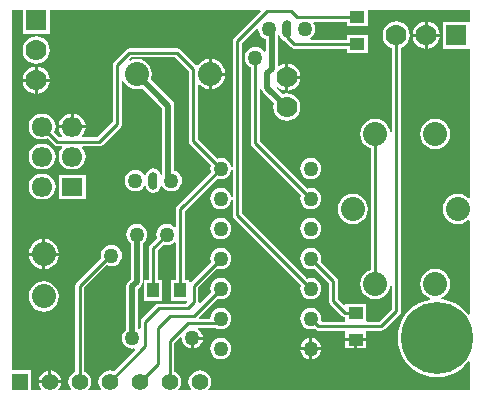
<source format=gtl>
G04 Layer_Physical_Order=1*
G04 Layer_Color=255*
%FSLAX25Y25*%
%MOIN*%
G70*
G01*
G75*
%ADD10R,0.05000X0.03900*%
%ADD11R,0.03900X0.05000*%
%ADD12C,0.01000*%
%ADD13C,0.02000*%
%ADD14C,0.05000*%
%ADD15O,0.03000X0.06000*%
%ADD16C,0.07000*%
%ADD17C,0.05500*%
%ADD18R,0.05500X0.05500*%
%ADD19C,0.24000*%
%ADD20C,0.08000*%
%ADD21O,0.07000X0.06500*%
%ADD22R,0.07000X0.06000*%
%ADD23R,0.07000X0.07000*%
%ADD24R,0.07000X0.07000*%
G36*
X87832Y-5505D02*
X78919Y-14419D01*
X78587Y-14915D01*
X78471Y-15500D01*
Y-57515D01*
X77971Y-57547D01*
X77910Y-57086D01*
X77557Y-56235D01*
X76996Y-55504D01*
X76265Y-54943D01*
X75414Y-54590D01*
X74500Y-54470D01*
X73586Y-54590D01*
X73351Y-54688D01*
X66829Y-48166D01*
Y-30056D01*
X67303Y-29895D01*
X67434Y-30066D01*
X68478Y-30867D01*
X69695Y-31371D01*
X70500Y-31477D01*
Y-26500D01*
Y-21523D01*
X69695Y-21629D01*
X68478Y-22132D01*
X67434Y-22934D01*
X66948Y-23567D01*
X66506Y-23607D01*
X66323Y-23560D01*
X61081Y-18319D01*
X60585Y-17987D01*
X60000Y-17871D01*
X44000D01*
X43415Y-17987D01*
X42919Y-18319D01*
X38919Y-22319D01*
X38587Y-22815D01*
X38471Y-23400D01*
Y-42366D01*
X33367Y-47471D01*
X28444D01*
X28328Y-46971D01*
X28962Y-46143D01*
X29391Y-45110D01*
X29471Y-44500D01*
X25000D01*
X20529D01*
X20609Y-45110D01*
X21038Y-46143D01*
X21672Y-46971D01*
X21556Y-47471D01*
X20633D01*
X19063Y-45900D01*
X19391Y-45110D01*
X19537Y-44000D01*
X19391Y-42891D01*
X18962Y-41857D01*
X18281Y-40969D01*
X17393Y-40288D01*
X16360Y-39859D01*
X15250Y-39713D01*
X14750D01*
X13641Y-39859D01*
X12607Y-40288D01*
X11719Y-40969D01*
X11038Y-41857D01*
X10609Y-42891D01*
X10463Y-44000D01*
X10609Y-45110D01*
X11038Y-46143D01*
X11719Y-47031D01*
X12607Y-47712D01*
X13641Y-48141D01*
X14750Y-48287D01*
X15250D01*
X16360Y-48141D01*
X16797Y-47960D01*
X18919Y-50081D01*
X19415Y-50413D01*
X20000Y-50529D01*
X21556D01*
X21672Y-51029D01*
X21038Y-51857D01*
X20609Y-52890D01*
X20463Y-54000D01*
X20609Y-55110D01*
X21038Y-56143D01*
X21719Y-57031D01*
X22607Y-57712D01*
X23641Y-58141D01*
X24750Y-58287D01*
X25250D01*
X26360Y-58141D01*
X27393Y-57712D01*
X28281Y-57031D01*
X28962Y-56143D01*
X29391Y-55110D01*
X29537Y-54000D01*
X29391Y-52890D01*
X28962Y-51857D01*
X28328Y-51029D01*
X28444Y-50529D01*
X34000D01*
X34585Y-50413D01*
X35081Y-50081D01*
X41081Y-44081D01*
X41413Y-43585D01*
X41529Y-43000D01*
Y-28872D01*
X42029Y-28773D01*
X42132Y-29022D01*
X42934Y-30066D01*
X43978Y-30867D01*
X45195Y-31371D01*
X46500Y-31543D01*
X47805Y-31371D01*
X48288Y-31172D01*
X54961Y-37845D01*
Y-60008D01*
X54461Y-60057D01*
X54355Y-59525D01*
X53802Y-58698D01*
X52975Y-58145D01*
X52000Y-57951D01*
X51025Y-58145D01*
X50198Y-58698D01*
X49645Y-59525D01*
X49534Y-60080D01*
X49264Y-60168D01*
X49007Y-60169D01*
X48496Y-59504D01*
X47765Y-58943D01*
X46914Y-58590D01*
X46000Y-58470D01*
X45086Y-58590D01*
X44235Y-58943D01*
X43504Y-59504D01*
X42943Y-60235D01*
X42590Y-61086D01*
X42470Y-62000D01*
X42590Y-62914D01*
X42943Y-63765D01*
X43504Y-64496D01*
X44235Y-65057D01*
X45086Y-65410D01*
X46000Y-65530D01*
X46914Y-65410D01*
X47765Y-65057D01*
X48496Y-64496D01*
X49007Y-63831D01*
X49264Y-63832D01*
X49534Y-63920D01*
X49645Y-64476D01*
X50198Y-65302D01*
X51025Y-65855D01*
X52000Y-66049D01*
X52975Y-65855D01*
X53802Y-65302D01*
X54355Y-64476D01*
X54466Y-63920D01*
X54737Y-63832D01*
X54993Y-63831D01*
X55504Y-64496D01*
X56235Y-65057D01*
X57086Y-65410D01*
X58000Y-65530D01*
X58914Y-65410D01*
X59765Y-65057D01*
X60496Y-64496D01*
X61057Y-63765D01*
X61410Y-62914D01*
X61530Y-62000D01*
X61410Y-61086D01*
X61057Y-60235D01*
X60496Y-59504D01*
X59765Y-58943D01*
X59039Y-58642D01*
Y-37000D01*
X58884Y-36220D01*
X58442Y-35558D01*
X51171Y-28288D01*
X51371Y-27805D01*
X51543Y-26500D01*
X51371Y-25195D01*
X50867Y-23978D01*
X50066Y-22934D01*
X49022Y-22132D01*
X47805Y-21629D01*
X46500Y-21457D01*
X45195Y-21629D01*
X44250Y-22020D01*
X43967Y-21596D01*
X44633Y-20929D01*
X59367D01*
X63771Y-25333D01*
Y-48800D01*
X63887Y-49385D01*
X64219Y-49881D01*
X71188Y-56851D01*
X71090Y-57086D01*
X70970Y-58000D01*
X71090Y-58914D01*
X71188Y-59149D01*
X59919Y-70419D01*
X59587Y-70915D01*
X59471Y-71500D01*
Y-77344D01*
X59142Y-77456D01*
X58971Y-77484D01*
X58265Y-76943D01*
X57414Y-76590D01*
X56500Y-76470D01*
X55586Y-76590D01*
X54735Y-76943D01*
X54004Y-77504D01*
X53443Y-78235D01*
X53090Y-79086D01*
X52970Y-80000D01*
X53090Y-80914D01*
X53188Y-81149D01*
X50919Y-83419D01*
X50587Y-83915D01*
X50471Y-84500D01*
Y-95000D01*
X49050D01*
Y-102000D01*
X54950D01*
Y-95000D01*
X53529D01*
Y-85133D01*
X55351Y-83312D01*
X55586Y-83410D01*
X56500Y-83530D01*
X57414Y-83410D01*
X58265Y-83057D01*
X58971Y-82516D01*
X59142Y-82544D01*
X59471Y-82656D01*
Y-95000D01*
X58050D01*
Y-102000D01*
X63184D01*
X63375Y-102462D01*
X62866Y-102971D01*
X53800D01*
X53215Y-103087D01*
X52719Y-103419D01*
X48219Y-107919D01*
X47887Y-108415D01*
X47771Y-109000D01*
Y-111279D01*
X47271Y-111547D01*
X47039Y-111394D01*
Y-98045D01*
X47942Y-97142D01*
X48384Y-96480D01*
X48539Y-95700D01*
Y-82847D01*
X48996Y-82496D01*
X49557Y-81765D01*
X49910Y-80914D01*
X50030Y-80000D01*
X49910Y-79086D01*
X49557Y-78235D01*
X48996Y-77504D01*
X48265Y-76943D01*
X47414Y-76590D01*
X46500Y-76470D01*
X45586Y-76590D01*
X44735Y-76943D01*
X44004Y-77504D01*
X43443Y-78235D01*
X43090Y-79086D01*
X42970Y-80000D01*
X43090Y-80914D01*
X43443Y-81765D01*
X44004Y-82496D01*
X44461Y-82847D01*
Y-94855D01*
X43558Y-95758D01*
X43116Y-96420D01*
X42961Y-97200D01*
Y-111653D01*
X42504Y-112004D01*
X41943Y-112735D01*
X41590Y-113586D01*
X41470Y-114500D01*
X41590Y-115414D01*
X41943Y-116265D01*
X42504Y-116996D01*
X43235Y-117557D01*
X44086Y-117910D01*
X45000Y-118030D01*
X45691Y-117939D01*
X45924Y-118413D01*
X38841Y-125496D01*
X38479Y-125347D01*
X37500Y-125218D01*
X36521Y-125347D01*
X35609Y-125724D01*
X34826Y-126326D01*
X34224Y-127109D01*
X33847Y-128021D01*
X33718Y-129000D01*
X33847Y-129979D01*
X34224Y-130891D01*
X34659Y-131457D01*
X34412Y-131957D01*
X30588D01*
X30342Y-131457D01*
X30776Y-130891D01*
X31154Y-129979D01*
X31282Y-129000D01*
X31154Y-128021D01*
X30776Y-127109D01*
X30174Y-126326D01*
X29391Y-125724D01*
X29029Y-125575D01*
Y-97633D01*
X36497Y-90166D01*
X37086Y-90410D01*
X38000Y-90530D01*
X38914Y-90410D01*
X39765Y-90057D01*
X40496Y-89496D01*
X41057Y-88765D01*
X41410Y-87914D01*
X41530Y-87000D01*
X41410Y-86086D01*
X41057Y-85235D01*
X40496Y-84504D01*
X39765Y-83943D01*
X38914Y-83590D01*
X38000Y-83470D01*
X37086Y-83590D01*
X36235Y-83943D01*
X35504Y-84504D01*
X34943Y-85235D01*
X34590Y-86086D01*
X34470Y-87000D01*
X34571Y-87766D01*
X26419Y-95919D01*
X26087Y-96415D01*
X25971Y-97000D01*
Y-125575D01*
X25609Y-125724D01*
X24825Y-126326D01*
X24224Y-127109D01*
X23846Y-128021D01*
X23718Y-129000D01*
X23846Y-129979D01*
X24224Y-130891D01*
X24658Y-131457D01*
X24412Y-131957D01*
X20588D01*
X20342Y-131457D01*
X20776Y-130891D01*
X21154Y-129979D01*
X21216Y-129500D01*
X17500D01*
X13783D01*
X13847Y-129979D01*
X14224Y-130891D01*
X14659Y-131457D01*
X14412Y-131957D01*
X11250D01*
Y-125250D01*
X5043D01*
Y-5043D01*
X8500D01*
Y-13000D01*
X17500D01*
Y-5043D01*
X87641D01*
X87832Y-5505D01*
D02*
G37*
G36*
X157457Y-9000D02*
X148500D01*
Y-18000D01*
X157457D01*
Y-67687D01*
X156957Y-67850D01*
X156022Y-67133D01*
X154805Y-66629D01*
X153500Y-66457D01*
X152195Y-66629D01*
X150978Y-67133D01*
X149934Y-67934D01*
X149133Y-68978D01*
X148629Y-70195D01*
X148457Y-71500D01*
X148629Y-72805D01*
X149133Y-74022D01*
X149934Y-75066D01*
X150978Y-75867D01*
X152195Y-76371D01*
X153500Y-76543D01*
X154805Y-76371D01*
X156022Y-75867D01*
X156957Y-75150D01*
X157457Y-75313D01*
Y-106593D01*
X156957Y-106727D01*
X155721Y-105279D01*
X154165Y-103950D01*
X152420Y-102881D01*
X150530Y-102098D01*
X148540Y-101620D01*
X148095Y-101585D01*
X148015Y-101077D01*
X148522Y-100867D01*
X149566Y-100066D01*
X150367Y-99022D01*
X150871Y-97805D01*
X151043Y-96500D01*
X150871Y-95195D01*
X150367Y-93978D01*
X149566Y-92934D01*
X148522Y-92133D01*
X147305Y-91629D01*
X146000Y-91457D01*
X144695Y-91629D01*
X143478Y-92133D01*
X142434Y-92934D01*
X141632Y-93978D01*
X141129Y-95195D01*
X140957Y-96500D01*
X141129Y-97805D01*
X141632Y-99022D01*
X142434Y-100066D01*
X143478Y-100867D01*
X144203Y-101168D01*
X144162Y-101692D01*
X142470Y-102098D01*
X140580Y-102881D01*
X138835Y-103950D01*
X137279Y-105279D01*
X135950Y-106835D01*
X134881Y-108580D01*
X134098Y-110470D01*
X133620Y-112460D01*
X133460Y-114500D01*
X133620Y-116540D01*
X134098Y-118530D01*
X134881Y-120420D01*
X135950Y-122165D01*
X137279Y-123721D01*
X138835Y-125050D01*
X140580Y-126119D01*
X142470Y-126902D01*
X144460Y-127380D01*
X146500Y-127540D01*
X148540Y-127380D01*
X150530Y-126902D01*
X152420Y-126119D01*
X154165Y-125050D01*
X155721Y-123721D01*
X156957Y-122274D01*
X157457Y-122407D01*
Y-131957D01*
X70588D01*
X70341Y-131457D01*
X70776Y-130891D01*
X71153Y-129979D01*
X71282Y-129000D01*
X71153Y-128021D01*
X70776Y-127109D01*
X70174Y-126326D01*
X69391Y-125724D01*
X68479Y-125347D01*
X67500Y-125218D01*
X66521Y-125347D01*
X65609Y-125724D01*
X64825Y-126326D01*
X64224Y-127109D01*
X63846Y-128021D01*
X63718Y-129000D01*
X63846Y-129979D01*
X64224Y-130891D01*
X64658Y-131457D01*
X64412Y-131957D01*
X60588D01*
X60342Y-131457D01*
X60776Y-130891D01*
X61154Y-129979D01*
X61282Y-129000D01*
X61154Y-128021D01*
X60776Y-127109D01*
X60175Y-126326D01*
X59391Y-125724D01*
X59029Y-125575D01*
Y-116133D01*
X61011Y-114152D01*
X61485Y-114385D01*
X61470Y-114500D01*
X61590Y-115414D01*
X61943Y-116265D01*
X62504Y-116996D01*
X63235Y-117557D01*
X64086Y-117910D01*
X64500Y-117964D01*
Y-114500D01*
X65000D01*
Y-114000D01*
X68464D01*
X68410Y-113586D01*
X68057Y-112735D01*
X67496Y-112004D01*
X66878Y-111529D01*
X67007Y-111029D01*
X72699D01*
X72735Y-111057D01*
X73586Y-111410D01*
X74500Y-111530D01*
X75414Y-111410D01*
X76265Y-111057D01*
X76996Y-110496D01*
X77557Y-109765D01*
X77910Y-108914D01*
X78030Y-108000D01*
X77910Y-107086D01*
X77557Y-106235D01*
X76996Y-105504D01*
X76265Y-104943D01*
X75414Y-104590D01*
X74500Y-104470D01*
X73586Y-104590D01*
X72735Y-104943D01*
X72004Y-105504D01*
X71443Y-106235D01*
X71090Y-107086D01*
X70974Y-107971D01*
X67346D01*
X67154Y-107509D01*
X73351Y-101312D01*
X73586Y-101410D01*
X74500Y-101530D01*
X75414Y-101410D01*
X76265Y-101057D01*
X76996Y-100496D01*
X77557Y-99765D01*
X77910Y-98914D01*
X78030Y-98000D01*
X77910Y-97086D01*
X77557Y-96235D01*
X76996Y-95504D01*
X76265Y-94943D01*
X75414Y-94590D01*
X74500Y-94470D01*
X73586Y-94590D01*
X72735Y-94943D01*
X72004Y-95504D01*
X71443Y-96235D01*
X71090Y-97086D01*
X70970Y-98000D01*
X71090Y-98914D01*
X71188Y-99149D01*
X67465Y-102872D01*
X67004Y-102626D01*
X67029Y-102500D01*
Y-97633D01*
X73351Y-91312D01*
X73586Y-91410D01*
X74500Y-91530D01*
X75414Y-91410D01*
X76265Y-91057D01*
X76996Y-90496D01*
X77557Y-89765D01*
X77910Y-88914D01*
X78030Y-88000D01*
X77910Y-87086D01*
X77557Y-86235D01*
X76996Y-85504D01*
X76265Y-84943D01*
X75414Y-84590D01*
X74500Y-84470D01*
X73586Y-84590D01*
X72735Y-84943D01*
X72004Y-85504D01*
X71443Y-86235D01*
X71090Y-87086D01*
X70970Y-88000D01*
X71090Y-88914D01*
X71188Y-89149D01*
X64450Y-95887D01*
X64316Y-95875D01*
X63950Y-95720D01*
Y-95000D01*
X62529D01*
Y-72133D01*
X73351Y-61312D01*
X73586Y-61410D01*
X74500Y-61530D01*
X75414Y-61410D01*
X76265Y-61057D01*
X76996Y-60496D01*
X77557Y-59765D01*
X77910Y-58914D01*
X77971Y-58453D01*
X78471Y-58485D01*
Y-67515D01*
X77971Y-67547D01*
X77910Y-67086D01*
X77557Y-66235D01*
X76996Y-65504D01*
X76265Y-64943D01*
X75414Y-64590D01*
X74500Y-64470D01*
X73586Y-64590D01*
X72735Y-64943D01*
X72004Y-65504D01*
X71443Y-66235D01*
X71090Y-67086D01*
X70970Y-68000D01*
X71090Y-68914D01*
X71443Y-69765D01*
X72004Y-70496D01*
X72735Y-71057D01*
X73586Y-71410D01*
X74500Y-71530D01*
X75414Y-71410D01*
X76265Y-71057D01*
X76996Y-70496D01*
X77557Y-69765D01*
X77910Y-68914D01*
X77971Y-68453D01*
X78471Y-68485D01*
Y-73500D01*
X78587Y-74085D01*
X78919Y-74581D01*
X101188Y-96851D01*
X101090Y-97086D01*
X100970Y-98000D01*
X101090Y-98914D01*
X101443Y-99765D01*
X102004Y-100496D01*
X102735Y-101057D01*
X103586Y-101410D01*
X104500Y-101530D01*
X105414Y-101410D01*
X106265Y-101057D01*
X106996Y-100496D01*
X107557Y-99765D01*
X107910Y-98914D01*
X108030Y-98000D01*
X107910Y-97086D01*
X107557Y-96235D01*
X106996Y-95504D01*
X106265Y-94943D01*
X105414Y-94590D01*
X104500Y-94470D01*
X103586Y-94590D01*
X103351Y-94688D01*
X81529Y-72866D01*
Y-16134D01*
X86511Y-11152D01*
X86985Y-11385D01*
X86970Y-11500D01*
X87090Y-12414D01*
X87443Y-13265D01*
X88004Y-13996D01*
X88735Y-14557D01*
X89461Y-14858D01*
Y-18956D01*
X88961Y-19109D01*
X88496Y-18504D01*
X87765Y-17943D01*
X86914Y-17590D01*
X86000Y-17470D01*
X85086Y-17590D01*
X84235Y-17943D01*
X83504Y-18504D01*
X82943Y-19235D01*
X82590Y-20086D01*
X82470Y-21000D01*
X82590Y-21914D01*
X82943Y-22765D01*
X83504Y-23496D01*
X84235Y-24057D01*
X84471Y-24155D01*
Y-49500D01*
X84587Y-50085D01*
X84919Y-50581D01*
X101188Y-66851D01*
X101090Y-67086D01*
X100970Y-68000D01*
X101090Y-68914D01*
X101443Y-69765D01*
X102004Y-70496D01*
X102735Y-71057D01*
X103586Y-71410D01*
X104500Y-71530D01*
X105414Y-71410D01*
X106265Y-71057D01*
X106996Y-70496D01*
X107557Y-69765D01*
X107910Y-68914D01*
X108030Y-68000D01*
X107910Y-67086D01*
X107557Y-66235D01*
X106996Y-65504D01*
X106265Y-64943D01*
X105414Y-64590D01*
X104500Y-64470D01*
X103586Y-64590D01*
X103351Y-64688D01*
X87529Y-48867D01*
Y-31394D01*
X88029Y-31345D01*
X88116Y-31780D01*
X88558Y-32442D01*
X92211Y-36095D01*
X92116Y-36325D01*
X91961Y-37500D01*
X92116Y-38675D01*
X92569Y-39769D01*
X93291Y-40709D01*
X94231Y-41431D01*
X95325Y-41884D01*
X96500Y-42039D01*
X97675Y-41884D01*
X98769Y-41431D01*
X99709Y-40709D01*
X100431Y-39769D01*
X100884Y-38675D01*
X101039Y-37500D01*
X100884Y-36325D01*
X100431Y-35231D01*
X99709Y-34291D01*
X98769Y-33569D01*
X97675Y-33116D01*
X96500Y-32961D01*
X95325Y-33116D01*
X95095Y-33211D01*
X93002Y-31119D01*
X93333Y-30742D01*
X94231Y-31431D01*
X95325Y-31884D01*
X96000Y-31973D01*
Y-27500D01*
Y-23027D01*
X95325Y-23116D01*
X94231Y-23569D01*
X93988Y-23756D01*
X93539Y-23535D01*
Y-13492D01*
X94039Y-13443D01*
X94145Y-13975D01*
X94698Y-14802D01*
X95525Y-15355D01*
X95734Y-15396D01*
X97919Y-17581D01*
X98415Y-17913D01*
X99000Y-18029D01*
X116500D01*
Y-19450D01*
X123500D01*
Y-13550D01*
X116500D01*
Y-14971D01*
X104507D01*
X104378Y-14471D01*
X104996Y-13996D01*
X105557Y-13265D01*
X105910Y-12414D01*
X106030Y-11500D01*
X105910Y-10586D01*
X105557Y-9735D01*
X105360Y-9478D01*
X105581Y-9029D01*
X116500D01*
Y-10450D01*
X123500D01*
Y-5043D01*
X157457D01*
Y-9000D01*
D02*
G37*
%LPC*%
G36*
X20477Y-87000D02*
X16000D01*
Y-91477D01*
X16805Y-91371D01*
X18022Y-90868D01*
X19066Y-90066D01*
X19868Y-89022D01*
X20371Y-87805D01*
X20477Y-87000D01*
D02*
G37*
G36*
X15000Y-81523D02*
X14195Y-81629D01*
X12978Y-82133D01*
X11934Y-82934D01*
X11133Y-83978D01*
X10629Y-85195D01*
X10523Y-86000D01*
X15000D01*
Y-81523D01*
D02*
G37*
G36*
X15500Y-95557D02*
X14195Y-95729D01*
X12978Y-96232D01*
X11934Y-97034D01*
X11133Y-98078D01*
X10629Y-99295D01*
X10457Y-100600D01*
X10629Y-101905D01*
X11133Y-103122D01*
X11934Y-104166D01*
X12978Y-104967D01*
X14195Y-105471D01*
X15500Y-105643D01*
X16805Y-105471D01*
X18022Y-104967D01*
X19066Y-104166D01*
X19868Y-103122D01*
X20371Y-101905D01*
X20543Y-100600D01*
X20371Y-99295D01*
X19868Y-98078D01*
X19066Y-97034D01*
X18022Y-96232D01*
X16805Y-95729D01*
X15500Y-95557D01*
D02*
G37*
G36*
X15000Y-87000D02*
X10523D01*
X10629Y-87805D01*
X11133Y-89022D01*
X11934Y-90066D01*
X12978Y-90868D01*
X14195Y-91371D01*
X15000Y-91477D01*
Y-87000D01*
D02*
G37*
G36*
X16000Y-81523D02*
Y-86000D01*
X20477D01*
X20371Y-85195D01*
X19868Y-83978D01*
X19066Y-82934D01*
X18022Y-82133D01*
X16805Y-81629D01*
X16000Y-81523D01*
D02*
G37*
G36*
X15250Y-59713D02*
X14750D01*
X13641Y-59859D01*
X12607Y-60288D01*
X11719Y-60969D01*
X11038Y-61857D01*
X10609Y-62890D01*
X10463Y-64000D01*
X10609Y-65109D01*
X11038Y-66143D01*
X11719Y-67031D01*
X12607Y-67712D01*
X13641Y-68141D01*
X14750Y-68287D01*
X15250D01*
X16360Y-68141D01*
X17393Y-67712D01*
X18281Y-67031D01*
X18962Y-66143D01*
X19391Y-65109D01*
X19537Y-64000D01*
X19391Y-62890D01*
X18962Y-61857D01*
X18281Y-60969D01*
X17393Y-60288D01*
X16360Y-59859D01*
X15250Y-59713D01*
D02*
G37*
G36*
X17000Y-125284D02*
X16521Y-125347D01*
X15609Y-125724D01*
X14826Y-126326D01*
X14224Y-127109D01*
X13847Y-128021D01*
X13783Y-128500D01*
X17000D01*
Y-125284D01*
D02*
G37*
G36*
X18000D02*
Y-128500D01*
X21216D01*
X21154Y-128021D01*
X20776Y-127109D01*
X20175Y-126326D01*
X19391Y-125724D01*
X18479Y-125347D01*
X18000Y-125284D01*
D02*
G37*
G36*
X29500Y-60000D02*
X20500D01*
Y-68000D01*
X29500D01*
Y-60000D01*
D02*
G37*
G36*
X71500Y-21523D02*
Y-26000D01*
X75977D01*
X75871Y-25195D01*
X75367Y-23978D01*
X74566Y-22934D01*
X73522Y-22132D01*
X72305Y-21629D01*
X71500Y-21523D01*
D02*
G37*
G36*
X12500Y-24027D02*
X11825Y-24116D01*
X10731Y-24569D01*
X9791Y-25291D01*
X9069Y-26231D01*
X8616Y-27325D01*
X8527Y-28000D01*
X12500D01*
Y-24027D01*
D02*
G37*
G36*
X13500D02*
Y-28000D01*
X17473D01*
X17384Y-27325D01*
X16931Y-26231D01*
X16209Y-25291D01*
X15269Y-24569D01*
X14175Y-24116D01*
X13500Y-24027D01*
D02*
G37*
G36*
X13000Y-13961D02*
X11825Y-14116D01*
X10731Y-14569D01*
X9791Y-15291D01*
X9069Y-16231D01*
X8616Y-17325D01*
X8461Y-18500D01*
X8616Y-19675D01*
X9069Y-20769D01*
X9791Y-21709D01*
X10731Y-22431D01*
X11825Y-22884D01*
X13000Y-23039D01*
X14175Y-22884D01*
X15269Y-22431D01*
X16209Y-21709D01*
X16931Y-20769D01*
X17384Y-19675D01*
X17539Y-18500D01*
X17384Y-17325D01*
X16931Y-16231D01*
X16209Y-15291D01*
X15269Y-14569D01*
X14175Y-14116D01*
X13000Y-13961D01*
D02*
G37*
G36*
X75977Y-27000D02*
X71500D01*
Y-31477D01*
X72305Y-31371D01*
X73522Y-30867D01*
X74566Y-30066D01*
X75367Y-29022D01*
X75871Y-27805D01*
X75977Y-27000D01*
D02*
G37*
G36*
X15250Y-49713D02*
X14750D01*
X13641Y-49859D01*
X12607Y-50288D01*
X11719Y-50969D01*
X11038Y-51857D01*
X10609Y-52890D01*
X10463Y-54000D01*
X10609Y-55110D01*
X11038Y-56143D01*
X11719Y-57031D01*
X12607Y-57712D01*
X13641Y-58141D01*
X14750Y-58287D01*
X15250D01*
X16360Y-58141D01*
X17393Y-57712D01*
X18281Y-57031D01*
X18962Y-56143D01*
X19391Y-55110D01*
X19537Y-54000D01*
X19391Y-52890D01*
X18962Y-51857D01*
X18281Y-50969D01*
X17393Y-50288D01*
X16360Y-49859D01*
X15250Y-49713D01*
D02*
G37*
G36*
X24500Y-39746D02*
X23641Y-39859D01*
X22607Y-40288D01*
X21719Y-40969D01*
X21038Y-41857D01*
X20609Y-42891D01*
X20529Y-43500D01*
X24500D01*
Y-39746D01*
D02*
G37*
G36*
X17473Y-29000D02*
X13500D01*
Y-32973D01*
X14175Y-32884D01*
X15269Y-32431D01*
X16209Y-31709D01*
X16931Y-30769D01*
X17384Y-29675D01*
X17473Y-29000D01*
D02*
G37*
G36*
X25500Y-39746D02*
Y-43500D01*
X29471D01*
X29391Y-42891D01*
X28962Y-41857D01*
X28281Y-40969D01*
X27393Y-40288D01*
X26360Y-39859D01*
X25500Y-39746D01*
D02*
G37*
G36*
X12500Y-29000D02*
X8527D01*
X8616Y-29675D01*
X9069Y-30769D01*
X9791Y-31709D01*
X10731Y-32431D01*
X11825Y-32884D01*
X12500Y-32973D01*
Y-29000D01*
D02*
G37*
G36*
X118500Y-66457D02*
X117195Y-66629D01*
X115978Y-67133D01*
X114934Y-67934D01*
X114132Y-68978D01*
X113629Y-70195D01*
X113457Y-71500D01*
X113629Y-72805D01*
X114132Y-74022D01*
X114934Y-75066D01*
X115978Y-75867D01*
X117195Y-76371D01*
X118500Y-76543D01*
X119805Y-76371D01*
X121022Y-75867D01*
X122066Y-75066D01*
X122868Y-74022D01*
X123371Y-72805D01*
X123543Y-71500D01*
X123371Y-70195D01*
X122868Y-68978D01*
X122066Y-67934D01*
X121022Y-67133D01*
X119805Y-66629D01*
X118500Y-66457D01*
D02*
G37*
G36*
X74500Y-74470D02*
X73586Y-74590D01*
X72735Y-74943D01*
X72004Y-75504D01*
X71443Y-76235D01*
X71090Y-77086D01*
X70970Y-78000D01*
X71090Y-78914D01*
X71443Y-79765D01*
X72004Y-80496D01*
X72735Y-81057D01*
X73586Y-81410D01*
X74500Y-81530D01*
X75414Y-81410D01*
X76265Y-81057D01*
X76996Y-80496D01*
X77557Y-79765D01*
X77910Y-78914D01*
X78030Y-78000D01*
X77910Y-77086D01*
X77557Y-76235D01*
X76996Y-75504D01*
X76265Y-74943D01*
X75414Y-74590D01*
X74500Y-74470D01*
D02*
G37*
G36*
X104500D02*
X103586Y-74590D01*
X102735Y-74943D01*
X102004Y-75504D01*
X101443Y-76235D01*
X101090Y-77086D01*
X100970Y-78000D01*
X101090Y-78914D01*
X101443Y-79765D01*
X102004Y-80496D01*
X102735Y-81057D01*
X103586Y-81410D01*
X104500Y-81530D01*
X105414Y-81410D01*
X106265Y-81057D01*
X106996Y-80496D01*
X107557Y-79765D01*
X107910Y-78914D01*
X108030Y-78000D01*
X107910Y-77086D01*
X107557Y-76235D01*
X106996Y-75504D01*
X106265Y-74943D01*
X105414Y-74590D01*
X104500Y-74470D01*
D02*
G37*
G36*
X105000Y-114536D02*
Y-117500D01*
X107964D01*
X107910Y-117086D01*
X107557Y-116235D01*
X106996Y-115504D01*
X106265Y-114943D01*
X105414Y-114590D01*
X105000Y-114536D01*
D02*
G37*
G36*
X74500Y-114470D02*
X73586Y-114590D01*
X72735Y-114943D01*
X72004Y-115504D01*
X71443Y-116235D01*
X71090Y-117086D01*
X70970Y-118000D01*
X71090Y-118914D01*
X71443Y-119765D01*
X72004Y-120496D01*
X72735Y-121057D01*
X73586Y-121410D01*
X74500Y-121530D01*
X75414Y-121410D01*
X76265Y-121057D01*
X76996Y-120496D01*
X77557Y-119765D01*
X77910Y-118914D01*
X78030Y-118000D01*
X77910Y-117086D01*
X77557Y-116235D01*
X76996Y-115504D01*
X76265Y-114943D01*
X75414Y-114590D01*
X74500Y-114470D01*
D02*
G37*
G36*
X104000Y-118500D02*
X101036D01*
X101090Y-118914D01*
X101443Y-119765D01*
X102004Y-120496D01*
X102735Y-121057D01*
X103586Y-121410D01*
X104000Y-121464D01*
Y-118500D01*
D02*
G37*
G36*
X107964D02*
X105000D01*
Y-121464D01*
X105414Y-121410D01*
X106265Y-121057D01*
X106996Y-120496D01*
X107557Y-119765D01*
X107910Y-118914D01*
X107964Y-118500D01*
D02*
G37*
G36*
X123000Y-115500D02*
X120000D01*
Y-117950D01*
X123000D01*
Y-115500D01*
D02*
G37*
G36*
X104000Y-114536D02*
X103586Y-114590D01*
X102735Y-114943D01*
X102004Y-115504D01*
X101443Y-116235D01*
X101090Y-117086D01*
X101036Y-117500D01*
X104000D01*
Y-114536D01*
D02*
G37*
G36*
X68464Y-115000D02*
X65500D01*
Y-117964D01*
X65914Y-117910D01*
X66765Y-117557D01*
X67496Y-116996D01*
X68057Y-116265D01*
X68410Y-115414D01*
X68464Y-115000D01*
D02*
G37*
G36*
X119000Y-115500D02*
X116000D01*
Y-117950D01*
X119000D01*
Y-115500D01*
D02*
G37*
G36*
X97000Y-23027D02*
Y-27000D01*
X100973D01*
X100884Y-26325D01*
X100431Y-25231D01*
X99709Y-24291D01*
X98769Y-23569D01*
X97675Y-23116D01*
X97000Y-23027D01*
D02*
G37*
G36*
X142500Y-9027D02*
X141825Y-9116D01*
X140731Y-9569D01*
X139791Y-10291D01*
X139069Y-11231D01*
X138616Y-12325D01*
X138527Y-13000D01*
X142500D01*
Y-9027D01*
D02*
G37*
G36*
X143500D02*
Y-13000D01*
X147473D01*
X147384Y-12325D01*
X146931Y-11231D01*
X146209Y-10291D01*
X145269Y-9569D01*
X144175Y-9116D01*
X143500Y-9027D01*
D02*
G37*
G36*
X142500Y-14000D02*
X138527D01*
X138616Y-14675D01*
X139069Y-15769D01*
X139791Y-16709D01*
X140731Y-17431D01*
X141825Y-17884D01*
X142500Y-17973D01*
Y-14000D01*
D02*
G37*
G36*
X147473D02*
X143500D01*
Y-17973D01*
X144175Y-17884D01*
X145269Y-17431D01*
X146209Y-16709D01*
X146931Y-15769D01*
X147384Y-14675D01*
X147473Y-14000D01*
D02*
G37*
G36*
X146000Y-41457D02*
X144695Y-41629D01*
X143478Y-42132D01*
X142434Y-42934D01*
X141632Y-43978D01*
X141129Y-45195D01*
X140957Y-46500D01*
X141129Y-47805D01*
X141632Y-49022D01*
X142434Y-50066D01*
X143478Y-50867D01*
X144695Y-51371D01*
X146000Y-51543D01*
X147305Y-51371D01*
X148522Y-50867D01*
X149566Y-50066D01*
X150367Y-49022D01*
X150871Y-47805D01*
X151043Y-46500D01*
X150871Y-45195D01*
X150367Y-43978D01*
X149566Y-42934D01*
X148522Y-42132D01*
X147305Y-41629D01*
X146000Y-41457D01*
D02*
G37*
G36*
X133000Y-8961D02*
X131825Y-9116D01*
X130731Y-9569D01*
X129791Y-10291D01*
X129069Y-11231D01*
X128616Y-12325D01*
X128461Y-13500D01*
X128616Y-14675D01*
X129069Y-15769D01*
X129791Y-16709D01*
X130731Y-17431D01*
X131471Y-17737D01*
Y-45916D01*
X130971Y-45949D01*
X130871Y-45195D01*
X130368Y-43978D01*
X129566Y-42934D01*
X128522Y-42132D01*
X127305Y-41629D01*
X126000Y-41457D01*
X124695Y-41629D01*
X123478Y-42132D01*
X122434Y-42934D01*
X121633Y-43978D01*
X121129Y-45195D01*
X120957Y-46500D01*
X121129Y-47805D01*
X121633Y-49022D01*
X122434Y-50066D01*
X123478Y-50867D01*
X124471Y-51279D01*
Y-91721D01*
X123478Y-92133D01*
X122434Y-92934D01*
X121633Y-93978D01*
X121129Y-95195D01*
X120957Y-96500D01*
X121129Y-97805D01*
X121633Y-99022D01*
X122434Y-100066D01*
X123478Y-100867D01*
X124695Y-101371D01*
X126000Y-101543D01*
X127305Y-101371D01*
X128522Y-100867D01*
X129566Y-100066D01*
X130368Y-99022D01*
X130871Y-97805D01*
X130971Y-97051D01*
X131471Y-97084D01*
Y-104867D01*
X127366Y-108971D01*
X123492D01*
X123000Y-108950D01*
X123000Y-108471D01*
Y-103050D01*
X116000D01*
Y-103184D01*
X115538Y-103375D01*
X113529Y-101366D01*
Y-95500D01*
X113413Y-94915D01*
X113081Y-94419D01*
X107812Y-89149D01*
X107910Y-88914D01*
X108030Y-88000D01*
X107910Y-87086D01*
X107557Y-86235D01*
X106996Y-85504D01*
X106265Y-84943D01*
X105414Y-84590D01*
X104500Y-84470D01*
X103586Y-84590D01*
X102735Y-84943D01*
X102004Y-85504D01*
X101443Y-86235D01*
X101090Y-87086D01*
X100970Y-88000D01*
X101090Y-88914D01*
X101443Y-89765D01*
X102004Y-90496D01*
X102735Y-91057D01*
X103586Y-91410D01*
X104500Y-91530D01*
X105414Y-91410D01*
X105649Y-91312D01*
X110471Y-96134D01*
Y-102000D01*
X110587Y-102585D01*
X110919Y-103081D01*
X114919Y-107081D01*
X115415Y-107413D01*
X116000Y-107529D01*
X116000Y-108950D01*
X115508Y-108971D01*
X108407D01*
X107968Y-108471D01*
X108030Y-108000D01*
X107910Y-107086D01*
X107557Y-106235D01*
X106996Y-105504D01*
X106265Y-104943D01*
X105414Y-104590D01*
X104500Y-104470D01*
X103586Y-104590D01*
X102735Y-104943D01*
X102004Y-105504D01*
X101443Y-106235D01*
X101090Y-107086D01*
X100970Y-108000D01*
X101090Y-108914D01*
X101443Y-109765D01*
X102004Y-110496D01*
X102735Y-111057D01*
X103586Y-111410D01*
X104500Y-111530D01*
X105414Y-111410D01*
X105649Y-111312D01*
X105919Y-111581D01*
X106415Y-111913D01*
X107000Y-112029D01*
X115508D01*
X116000Y-112050D01*
X116000Y-112529D01*
Y-114500D01*
X119500D01*
X123000D01*
X123000Y-112050D01*
X123492Y-112029D01*
X128000D01*
X128585Y-111913D01*
X129081Y-111581D01*
X134081Y-106581D01*
X134413Y-106085D01*
X134529Y-105500D01*
Y-17737D01*
X135269Y-17431D01*
X136209Y-16709D01*
X136931Y-15769D01*
X137384Y-14675D01*
X137539Y-13500D01*
X137384Y-12325D01*
X136931Y-11231D01*
X136209Y-10291D01*
X135269Y-9569D01*
X134175Y-9116D01*
X133000Y-8961D01*
D02*
G37*
G36*
X104500Y-54470D02*
X103586Y-54590D01*
X102735Y-54943D01*
X102004Y-55504D01*
X101443Y-56235D01*
X101090Y-57086D01*
X100970Y-58000D01*
X101090Y-58914D01*
X101443Y-59765D01*
X102004Y-60496D01*
X102735Y-61057D01*
X103586Y-61410D01*
X104500Y-61530D01*
X105414Y-61410D01*
X106265Y-61057D01*
X106996Y-60496D01*
X107557Y-59765D01*
X107910Y-58914D01*
X108030Y-58000D01*
X107910Y-57086D01*
X107557Y-56235D01*
X106996Y-55504D01*
X106265Y-54943D01*
X105414Y-54590D01*
X104500Y-54470D01*
D02*
G37*
G36*
X100973Y-28000D02*
X97000D01*
Y-31973D01*
X97675Y-31884D01*
X98769Y-31431D01*
X99709Y-30709D01*
X100431Y-29769D01*
X100884Y-28675D01*
X100973Y-28000D01*
D02*
G37*
%LPD*%
D10*
X120000Y-16500D02*
D03*
Y-7500D02*
D03*
X119500Y-115000D02*
D03*
Y-106000D02*
D03*
D11*
X52000Y-98500D02*
D03*
X61000D02*
D03*
D12*
X65500Y-107000D02*
X74500Y-98000D01*
X57500Y-107000D02*
X65500D01*
X53500Y-111000D02*
X57500Y-107000D01*
X65500Y-102500D02*
Y-97000D01*
X63500Y-104500D02*
X65500Y-102500D01*
X53800Y-104500D02*
X63500D01*
X49300Y-109000D02*
X53800Y-104500D01*
X37500Y-87000D02*
X38000D01*
X27500Y-97000D02*
X37500Y-87000D01*
X86000Y-49500D02*
Y-21000D01*
Y-49500D02*
X104500Y-68000D01*
X80000Y-73500D02*
Y-15500D01*
X90000Y-5500D01*
X80000Y-73500D02*
X104500Y-98000D01*
X40000Y-43000D02*
Y-23400D01*
X34000Y-49000D02*
X40000Y-43000D01*
X20000Y-49000D02*
X34000D01*
X100000Y-7500D02*
X120000D01*
X98000Y-5500D02*
X100000Y-7500D01*
X90000Y-5500D02*
X98000D01*
X65500Y-97000D02*
X74500Y-88000D01*
X53500Y-123000D02*
Y-111000D01*
X47500Y-129000D02*
X53500Y-123000D01*
X63500Y-109500D02*
X73000D01*
X57500Y-115500D02*
X63500Y-109500D01*
X57500Y-129000D02*
Y-115500D01*
X73000Y-109500D02*
X74500Y-108000D01*
X27500Y-129000D02*
Y-97000D01*
X99000Y-16500D02*
X120000D01*
X96500Y-14000D02*
X99000Y-16500D01*
X96500Y-14000D02*
Y-11500D01*
X65300Y-48800D02*
X74500Y-58000D01*
X65300Y-48800D02*
Y-24700D01*
X60000Y-19400D02*
X65300Y-24700D01*
X44000Y-19400D02*
X60000D01*
X40000Y-23400D02*
X44000Y-19400D01*
X15000Y-44000D02*
X20000Y-49000D01*
X52000Y-98500D02*
Y-84500D01*
X56500Y-80000D01*
X49300Y-117200D02*
Y-109000D01*
X37500Y-129000D02*
X49300Y-117200D01*
X104500Y-88000D02*
X112000Y-95500D01*
Y-102000D02*
Y-95500D01*
Y-102000D02*
X116000Y-106000D01*
X119500D01*
X61000Y-98500D02*
Y-71500D01*
X74500Y-58000D01*
X133000Y-105500D02*
Y-13500D01*
X128000Y-110500D02*
X133000Y-105500D01*
X107000Y-110500D02*
X128000D01*
X104500Y-108000D02*
X107000Y-110500D01*
X126000Y-96500D02*
Y-46500D01*
D13*
X90000Y-26222D02*
X91500Y-24722D01*
X90000Y-31000D02*
Y-26222D01*
Y-31000D02*
X96500Y-37500D01*
X91500Y-24722D02*
Y-11500D01*
X57000Y-62000D02*
Y-37000D01*
X46500Y-26500D02*
X57000Y-37000D01*
X46500Y-95700D02*
Y-80000D01*
X45000Y-97200D02*
X46500Y-95700D01*
X45000Y-114500D02*
Y-97200D01*
D14*
X90500Y-11500D02*
D03*
X102500D02*
D03*
X74500Y-118000D02*
D03*
Y-108000D02*
D03*
X104500D02*
D03*
X74500Y-98000D02*
D03*
Y-88000D02*
D03*
Y-78000D02*
D03*
Y-68000D02*
D03*
Y-58000D02*
D03*
X104500D02*
D03*
Y-68000D02*
D03*
Y-78000D02*
D03*
Y-88000D02*
D03*
Y-98000D02*
D03*
Y-118000D02*
D03*
X56500Y-80000D02*
D03*
X46500D02*
D03*
X65000Y-114500D02*
D03*
X45000D02*
D03*
X58000Y-62000D02*
D03*
X46000D02*
D03*
X38000Y-87000D02*
D03*
X86000Y-21000D02*
D03*
D15*
X96500Y-11500D02*
D03*
X52000Y-62000D02*
D03*
D16*
X96500Y-27500D02*
D03*
Y-37500D02*
D03*
X133000Y-13500D02*
D03*
X143000D02*
D03*
X13000Y-18500D02*
D03*
Y-28500D02*
D03*
D17*
X67500Y-129000D02*
D03*
X57500D02*
D03*
X47500D02*
D03*
X37500D02*
D03*
X27500D02*
D03*
X17500D02*
D03*
D18*
X7500D02*
D03*
D19*
X146500Y-114500D02*
D03*
D20*
X146000Y-46500D02*
D03*
X126000D02*
D03*
X146000Y-96500D02*
D03*
X126000D02*
D03*
X118500Y-71500D02*
D03*
X153500D02*
D03*
X15500Y-100600D02*
D03*
Y-86500D02*
D03*
X71000Y-26500D02*
D03*
X46500D02*
D03*
D21*
X25000Y-44000D02*
D03*
Y-54000D02*
D03*
X15000Y-44000D02*
D03*
Y-54000D02*
D03*
Y-64000D02*
D03*
D22*
X25000D02*
D03*
D23*
X153000Y-13500D02*
D03*
D24*
X13000Y-8500D02*
D03*
M02*

</source>
